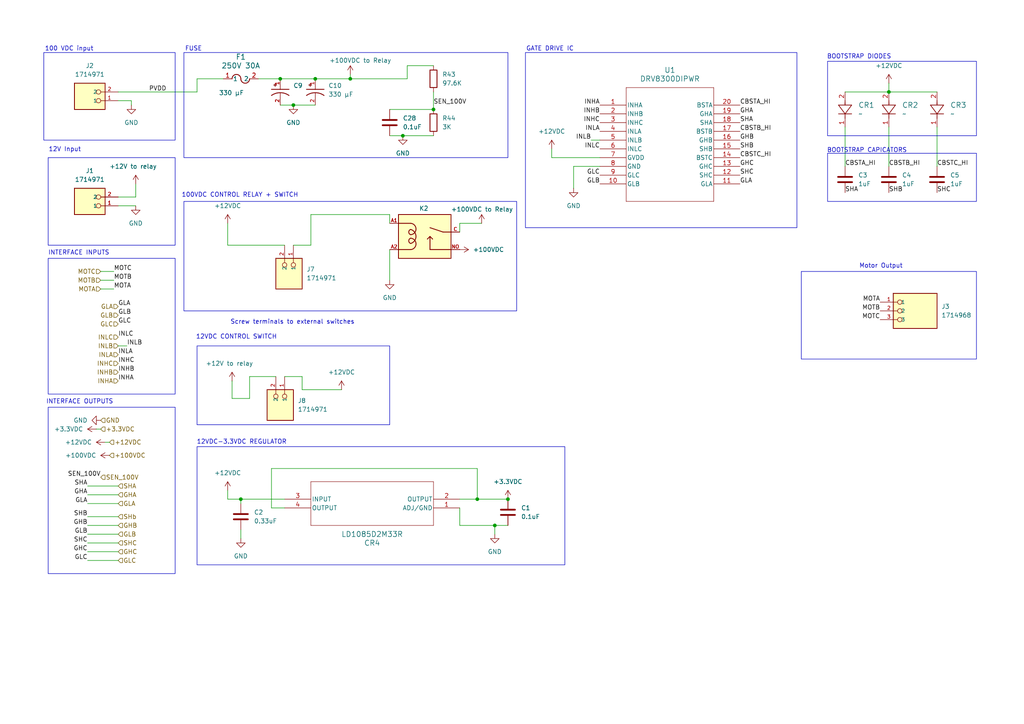
<source format=kicad_sch>
(kicad_sch (version 20250114) (generator "eeschema") (generator_version "9.0")
  (paper "A4")
  (title_block (date "2025-04-19") (rev "1"))
  (lib_symbols
    (symbol "1714968:1714968" (pin_names (offset 1.016))
      (property "Reference" "J" (at -6.85 5.08 0))
      (property "Value" "1714968" (at -6.35 -7.62 0))
      (symbol "1714968_0_0"
        (rectangle (start -6.35 -5.08) (end 6.35 5.08) (stroke (width 0.254)) (fill (type background)))
        (circle (center -4.445 2.54) (radius 0.635) (stroke (width 0.1524)))
        (circle (center -4.445 0) (radius 0.635) (stroke (width 0.1524)))
        (circle (center -4.445 -2.54) (radius 0.635) (stroke (width 0.1524)))
        (pin passive line (at -10.16 2.54 0) (length 5.08) (name "1") (number "1"))
        (pin passive line (at -10.16 0 0) (length 5.08) (name "2") (number "2"))
        (pin passive line (at -10.16 -2.54 0) (length 5.08) (name "3") (number "3"))
      )
    )
    (symbol "1714971:1714971" (pin_names (offset 1.016))
      (property "Reference" "J" (at -2.54 3.302 0))
      (property "Value" "1714971" (at -2.54 -7.62 0))
      (symbol "1714971_0_0"
        (rectangle (start -3.81 -5.08) (end 5.08 2.54) (stroke (width 0.254)) (fill (type background)))
        (circle (center -1.905 0) (radius 0.635) (stroke (width 0.1524)))
        (circle (center -1.905 -2.54) (radius 0.635) (stroke (width 0.1524)))
        (pin passive line (at -7.62 0 0) (length 5.08) (name "1") (number "1"))
        (pin passive line (at -7.62 -2.54 0) (length 5.08) (name "2") (number "2"))
      )
    )
    (symbol "2025-02-22_17-43-38:DRV8300DIPWR" (pin_names (offset 0.254))
      (property "Reference" "U" (at 20.32 10.16 0))
      (property "Value" "DRV8300DIPWR" (at 20.32 7.62 0))
      (symbol "DRV8300DIPWR_0_1"
        (polyline (pts (xy 7.62 5.08) (xy 7.62 -27.94)) (stroke (width 0.127)))
        (polyline (pts (xy 7.62 -27.94) (xy 33.02 -27.94)) (stroke (width 0.127)))
        (polyline (pts (xy 33.02 5.08) (xy 7.62 5.08)) (stroke (width 0.127)))
        (polyline (pts (xy 33.02 -27.94) (xy 33.02 5.08)) (stroke (width 0.127)))
        (pin input line (at 0 0 0) (length 7.62) (name "INHA") (number "1"))
        (pin input line (at 0 -2.54 0) (length 7.62) (name "INHB") (number "2"))
        (pin input line (at 0 -5.08 0) (length 7.62) (name "INHC") (number "3"))
        (pin input line (at 0 -7.62 0) (length 7.62) (name "INLA") (number "4"))
        (pin input line (at 0 -10.16 0) (length 7.62) (name "INLB") (number "5"))
        (pin input line (at 0 -12.7 0) (length 7.62) (name "INLC") (number "6"))
        (pin power_in line (at 0 -15.24 0) (length 7.62) (name "GVDD") (number "7"))
        (pin power_out line (at 0 -17.78 0) (length 7.62) (name "GND") (number "8"))
        (pin unspecified line (at 0 -20.32 0) (length 7.62) (name "GLC") (number "9"))
        (pin unspecified line (at 0 -22.86 0) (length 7.62) (name "GLB") (number "10"))
        (pin unspecified line (at 40.64 0 180) (length 7.62) (name "BSTA") (number "20"))
        (pin unspecified line (at 40.64 -2.54 180) (length 7.62) (name "GHA") (number "19"))
        (pin unspecified line (at 40.64 -5.08 180) (length 7.62) (name "SHA") (number "18"))
        (pin unspecified line (at 40.64 -7.62 180) (length 7.62) (name "BSTB") (number "17"))
        (pin unspecified line (at 40.64 -10.16 180) (length 7.62) (name "GHB") (number "16"))
        (pin unspecified line (at 40.64 -12.7 180) (length 7.62) (name "SHB") (number "15"))
        (pin unspecified line (at 40.64 -15.24 180) (length 7.62) (name "BSTC") (number "14"))
        (pin unspecified line (at 40.64 -17.78 180) (length 7.62) (name "GHC") (number "13"))
        (pin unspecified line (at 40.64 -20.32 180) (length 7.62) (name "SHC") (number "12"))
        (pin unspecified line (at 40.64 -22.86 180) (length 7.62) (name "GLA") (number "11"))
      )
    )
    (symbol "2025-02-22_19-37-18:BAV20WS-TP" (pin_names (offset 0.254))
      (property "Reference" "CR" (at 5.08 4.445 0))
      (property "Value" "BAV20WS-TP" (at 5.08 -3.81 0))
      (symbol "BAV20WS-TP_1_1"
        (polyline (pts (xy 2.54 0) (xy 3.4798 0)) (stroke (width 0.2032)))
        (polyline (pts (xy 3.175 0) (xy 3.81 0)) (stroke (width 0.2032)))
        (polyline (pts (xy 3.81 1.905) (xy 3.81 -1.905)) (stroke (width 0.2032)))
        (polyline (pts (xy 3.81 -1.905) (xy 6.35 0)) (stroke (width 0.2032)))
        (polyline (pts (xy 6.35 0) (xy 3.81 1.905)) (stroke (width 0.2032)))
        (polyline (pts (xy 6.35 0) (xy 7.62 0)) (stroke (width 0.2032)))
        (polyline (pts (xy 6.35 -1.905) (xy 6.35 1.905)) (stroke (width 0.2032)))
        (pin unspecified line (at 0 0 0) (length 2.54) (name "") (number "2"))
        (pin unspecified line (at 10.16 0 180) (length 2.54) (name "") (number "1"))
      )
      (symbol "BAV20WS-TP_1_2"
        (polyline (pts (xy -1.905 3.81) (xy 1.905 3.81)) (stroke (width 0.2032)))
        (polyline (pts (xy 0 6.35) (xy -1.905 3.81)) (stroke (width 0.2032)))
        (polyline (pts (xy 0 6.35) (xy 0 7.62)) (stroke (width 0.2032)))
        (polyline (pts (xy 0 3.175) (xy 0 3.81)) (stroke (width 0.2032)))
        (polyline (pts (xy 0 2.54) (xy 0 3.4798)) (stroke (width 0.2032)))
        (polyline (pts (xy 1.905 6.35) (xy -1.905 6.35)) (stroke (width 0.2032)))
        (polyline (pts (xy 1.905 3.81) (xy 0 6.35)) (stroke (width 0.2032)))
        (pin unspecified line (at 0 10.16 270) (length 2.54) (name "") (number "1"))
        (pin unspecified line (at 0 0 90) (length 2.54) (name "") (number "2"))
      )
    )
    (symbol "2025-02-24_21-09-15:0463030.ER" (pin_names (offset 0.254))
      (property "Reference" "F" (at 5.08 3.175 0))
      (property "Value" "0463030.ER" (at 5.08 -3.175 0))
      (symbol "0463030.ER_1_1"
        (arc (start 2.54 0) (mid 3.81 1.2645) (end 5.08 0) (stroke (width 0.254)))
        (arc (start 7.62 0) (mid 6.35 -1.2645) (end 5.08 0) (stroke (width 0.254)))
        (pin unspecified line (at 0 0 0) (length 2.54) (name "1") (number "1"))
        (pin unspecified line (at 10.16 0 180) (length 2.54) (name "2") (number "2"))
      )
      (symbol "0463030.ER_1_2"
        (arc (start 0 7.62) (mid 1.2645 6.35) (end 0 5.08) (stroke (width 0.254)))
        (arc (start 0 2.54) (mid -1.2645 3.81) (end 0 5.08) (stroke (width 0.254)))
        (pin unspecified line (at 0 10.16 270) (length 2.54) (name "2") (number "2"))
        (pin unspecified line (at 0 0 90) (length 2.54) (name "1") (number "1"))
      )
    )
    (symbol "3.3V Regulator:LD1085D2M33R" (pin_names (offset 0.254))
      (property "Reference" "CR" (at 25.4 10.16 0))
      (property "Value" "LD1085D2M33R" (at 25.4 7.62 0))
      (symbol "LD1085D2M33R_0_1"
        (polyline (pts (xy 7.62 5.08) (xy 7.62 -7.62)) (stroke (width 0.127)))
        (polyline (pts (xy 7.62 -7.62) (xy 43.18 -7.62)) (stroke (width 0.127)))
        (polyline (pts (xy 43.18 5.08) (xy 7.62 5.08)) (stroke (width 0.127)))
        (polyline (pts (xy 43.18 -7.62) (xy 43.18 5.08)) (stroke (width 0.127)))
        (pin power_out line (at 0 0 0) (length 7.62) (name "ADJ/GND") (number "1"))
        (pin output line (at 0 -2.54 0) (length 7.62) (name "OUTPUT") (number "2"))
        (pin output line (at 50.8 0 180) (length 7.62) (name "OUTPUT") (number "4"))
        (pin input line (at 50.8 -2.54 180) (length 7.62) (name "INPUT") (number "3"))
      )
    )
    (symbol "Device:C" (pin_numbers (hide yes)) (pin_names (offset 0.254))
      (property "Reference" "C" (at 0.635 2.54 0))
      (property "Value" "C" (at 0.635 -2.54 0))
      (symbol "C_0_1"
        (polyline (pts (xy -2.032 0.762) (xy 2.032 0.762)) (stroke (width 0.508)))
        (polyline (pts (xy -2.032 -0.762) (xy 2.032 -0.762)) (stroke (width 0.508)))
      )
      (symbol "C_1_1"
        (pin passive line (at 0 3.81 270) (length 2.794) (name "~") (number "1"))
        (pin passive line (at 0 -3.81 90) (length 2.794) (name "~") (number "2"))
      )
    )
    (symbol "Device:R" (pin_numbers (hide yes)) (pin_names (offset 0))
      (property "Reference" "R" (at 2.032 0 90))
      (property "Value" "R" (at 0 0 90))
      (symbol "R_0_1"
        (rectangle (start -1.016 -2.54) (end 1.016 2.54) (stroke (width 0.254)))
      )
      (symbol "R_1_1"
        (pin passive line (at 0 3.81 270) (length 1.27) (name "~") (number "1"))
        (pin passive line (at 0 -3.81 90) (length 1.27) (name "~") (number "2"))
      )
    )
    (symbol "EEVFK2A331M:EEVFK2A331M" (pin_names (offset 1.016))
      (property "Reference" "C" (at -2.54 3.81 0))
      (property "Value" "EEVFK2A331M" (at -2.54 -5.08 0))
      (symbol "EEVFK2A331M_0_0"
        (rectangle (start -1.173 -1.532) (end -0.284 -1.405) (stroke (width 0.1)) (fill (type outline)))
        (rectangle (start -0.792 -1.913) (end -0.665 -1.024) (stroke (width 0.1)) (fill (type outline)))
        (polyline (pts (xy 0 0) (xy 0.508 0)) (stroke (width 0.1524)))
        (polyline (pts (xy 0.508 2.54) (xy 0.508 0)) (stroke (width 0.254)))
        (polyline (pts (xy 0.508 0) (xy 0.508 -2.54)) (stroke (width 0.254)))
        (polyline (pts (xy 2.54 0) (xy 1.524 0)) (stroke (width 0.1524)))
        (arc (start 2.286 -2.54) (mid 1.4851 0) (end 2.286 2.54) (stroke (width 0.254)))
        (pin passive line (at -2.54 0 0) (length 2.54) (name "~") (number "1"))
        (pin passive line (at 5.08 0 180) (length 2.54) (name "~") (number "2"))
      )
    )
    (symbol "T9As1d12-12:1-1393210-3" (pin_names (offset 1.016))
      (property "Reference" "K" (at -7.6423 5.6043 0))
      (property "Value" "1-1393210-3" (at -7.6448 -10.193 0))
      (symbol "1-1393210-3_0_0"
        (polyline (pts (xy -7.62 2.54) (xy -4.064 2.54)) (stroke (width 0.254)))
        (polyline (pts (xy -7.62 -5.08) (xy -4.064 -5.08)) (stroke (width 0.254)))
        (rectangle (start -7.62 -7.62) (end 7.62 5.08) (stroke (width 0.254)) (fill (type background)))
        (arc (start -4.064 0.762) (mid -2.54 -1.27) (end -4.064 -3.302) (stroke (width 0.254)))
        (arc (start -4.064 2.54) (mid -2.5351 0.889) (end -4.064 -0.762) (stroke (width 0.254)))
        (arc (start -4.064 -1.778) (mid -2.5351 -3.429) (end -4.064 -5.08) (stroke (width 0.254)))
        (arc (start -4.064 -0.762) (mid -4.6355 0) (end -4.064 0.762) (stroke (width 0.254)))
        (arc (start -4.064 -3.302) (mid -4.6355 -2.54) (end -4.064 -1.778) (stroke (width 0.254)))
        (polyline (pts (xy 1.524 -1.27) (xy 0.762 -2.032)) (stroke (width 0.254)))
        (polyline (pts (xy 1.524 -1.27) (xy 2.286 -2.032)) (stroke (width 0.254)))
        (polyline (pts (xy 1.524 -5.08) (xy 1.524 -1.27)) (stroke (width 0.254)))
        (polyline (pts (xy 5.334 0) (xy 1.524 1.27)) (stroke (width 0.254)))
        (polyline (pts (xy 7.62 0) (xy 5.334 0)) (stroke (width 0.254)))
        (polyline (pts (xy 7.62 -5.08) (xy 1.524 -5.08)) (stroke (width 0.254)))
        (pin passive line (at -10.16 2.54 0) (length 2.54) (name "~") (number "A1"))
        (pin passive line (at -10.16 -5.08 0) (length 2.54) (name "~") (number "A2"))
        (pin passive line (at 10.16 0 180) (length 2.54) (name "~") (number "C"))
        (pin passive line (at 10.16 -5.08 180) (length 2.54) (name "~") (number "NO"))
      )
    )
    (symbol "power:+12V" (power) (pin_numbers (hide yes)) (pin_names (offset 0) (hide yes))
      (property "Value" "+12V" (at 0 3.556 0))
      (symbol "+12V_0_1"
        (polyline (pts (xy -0.762 1.27) (xy 0 2.54)))
        (polyline (pts (xy 0 2.54) (xy 0.762 1.27)))
        (polyline (pts (xy 0 0) (xy 0 2.54)))
      )
      (symbol "+12V_1_1"
        (pin power_in line (at 0 0 90) (length 0) (name "~") (number "1"))
      )
    )
    (symbol "power:+3.3V" (power) (pin_numbers (hide yes)) (pin_names (offset 0) (hide yes))
      (property "Value" "+3.3V" (at 0 3.556 0))
      (symbol "+3.3V_0_1"
        (polyline (pts (xy -0.762 1.27) (xy 0 2.54)))
        (polyline (pts (xy 0 2.54) (xy 0.762 1.27)))
        (polyline (pts (xy 0 0) (xy 0 2.54)))
      )
      (symbol "+3.3V_1_1"
        (pin power_in line (at 0 0 90) (length 0) (name "~") (number "1"))
      )
    )
    (symbol "power:GND" (power) (pin_numbers (hide yes)) (pin_names (offset 0) (hide yes))
      (property "Value" "GND" (at 0 -3.81 0))
      (symbol "GND_0_1"
        (polyline (pts (xy 0 0) (xy 0 -1.27) (xy 1.27 -1.27) (xy 0 -2.54) (xy -1.27 -1.27) (xy 0 -1.27)))
      )
      (symbol "GND_1_1"
        (pin power_in line (at 0 0 270) (length 0) (name "~") (number "1"))
      )
    )
  )
  (rectangle (start 240.03 44.45) (end 283.21 58.42))
  (rectangle (start 53.34 15.24) (end 147.32 45.72))
  (rectangle (start 57.15 129.54) (end 163.83 163.83))
  (rectangle (start 13.97 118.11) (end 50.8 166.37))
  (rectangle (start 12.7 15.24) (end 50.8 40.64))
  (rectangle (start 240.03 17.78) (end 283.21 39.37))
  (rectangle (start 53.34 58.42) (end 149.86 90.17))
  (rectangle (start 232.41 78.74) (end 283.21 104.14))
  (rectangle (start 13.97 45.72) (end 50.8 71.12))
  (rectangle (start 13.97 74.93) (end 50.8 114.3))
  (rectangle (start 57.15 100.33) (end 113.03 123.19))
  (rectangle (start 152.4 15.24) (end 231.14 66.04))
  (text "100VDC CONTROL RELAY + SWITCH\n" (at 69.596 56.642 0) (effects (font (size 1.27 1.27))))
  (text "Motor Output\n" (at 255.524 77.216 0) (effects (font (size 1.27 1.27))))
  (text "100 VDC input" (at 20.066 14.224 0) (effects (font (size 1.27 1.27))))
  (text "12VDC-3.3VDC REGULATOR\n" (at 70.104 128.27 0) (effects (font (size 1.27 1.27))))
  (text "12V Input" (at 18.796 43.434 0) (effects (font (size 1.27 1.27))))
  (text "Screw terminals to external switches\n" (at 84.836 93.472 0) (effects (font (size 1.27 1.27))))
  (text "FUSE" (at 56.134 14.224 0) (effects (font (size 1.27 1.27))))
  (text "12VDC CONTROL SWITCH\n\n" (at 68.58 98.806 0) (effects (font (size 1.27 1.27))))
  (text "GATE DRIVE IC\n" (at 159.512 14.224 0) (effects (font (size 1.27 1.27))))
  (text "INTERFACE INPUTS\n\n" (at 22.86 74.422 0) (effects (font (size 1.27 1.27))))
  (text "BOOTSTRAP DIODES\n" (at 249.174 16.51 0) (effects (font (size 1.27 1.27))))
  (text "BOOTSTRAP CAPICATORS\n" (at 251.46 43.688 0) (effects (font (size 1.27 1.27))))
  (text "INTERFACE OUTPUTS\n\n\n" (at 23.114 118.618 0) (effects (font (size 1.27 1.27))))
  (junction (at 85.09 30.48))
  (junction (at 81.28 22.86))
  (junction (at 147.32 144.78))
  (junction (at 257.81 26.67))
  (junction (at 101.6 22.86))
  (junction (at 69.85 144.78))
  (junction (at 125.73 31.75))
  (junction (at 116.84 39.37))
  (junction (at 91.44 22.86))
  (junction (at 138.43 144.78))
  (junction (at 143.51 152.4))
  (wire (pts (xy 81.28 22.86) (xy 91.44 22.86)))
  (wire (pts (xy 39.37 57.15) (xy 34.29 57.15)))
  (wire (pts (xy 85.09 71.12) (xy 90.17 71.12)))
  (wire (pts (xy 39.37 59.69) (xy 34.29 59.69)))
  (wire (pts (xy 66.04 144.78) (xy 69.85 144.78)))
  (wire (pts (xy 66.04 142.24) (xy 66.04 144.78)))
  (wire (pts (xy 90.17 71.12) (xy 90.17 62.23)))
  (wire (pts (xy 143.51 152.4) (xy 143.51 154.94)))
  (wire (pts (xy 72.39 115.57) (xy 72.39 109.22)))
  (wire (pts (xy 25.4 152.4) (xy 34.29 152.4)))
  (wire (pts (xy 118.11 19.05) (xy 118.11 22.86)))
  (wire (pts (xy 138.43 144.78) (xy 133.35 144.78)))
  (wire (pts (xy 87.63 109.22) (xy 87.63 113.03)))
  (wire (pts (xy 30.48 128.27) (xy 31.75 128.27)))
  (wire (pts (xy 257.81 26.67) (xy 271.78 26.67)))
  (wire (pts (xy 66.04 71.12) (xy 82.55 71.12)))
  (wire (pts (xy 25.4 140.97) (xy 34.29 140.97)))
  (wire (pts (xy 69.85 146.05) (xy 69.85 144.78)))
  (wire (pts (xy 38.1 29.21) (xy 38.1 30.48)))
  (wire (pts (xy 160.02 45.72) (xy 160.02 43.18)))
  (wire (pts (xy 66.04 64.77) (xy 66.04 71.12)))
  (wire (pts (xy 245.11 36.83) (xy 245.11 48.26)))
  (wire (pts (xy 101.6 21.59) (xy 101.6 22.86)))
  (wire (pts (xy 29.21 81.28) (xy 33.02 81.28)))
  (wire (pts (xy 72.39 109.22) (xy 80.01 109.22)))
  (wire (pts (xy 171.45 40.64) (xy 173.99 40.64)))
  (wire (pts (xy 25.4 149.86) (xy 34.29 149.86)))
  (wire (pts (xy 143.51 152.4) (xy 147.32 152.4)))
  (wire (pts (xy 257.81 24.13) (xy 257.81 26.67)))
  (wire (pts (xy 67.31 110.49) (xy 67.31 115.57)))
  (wire (pts (xy 91.44 22.86) (xy 101.6 22.86)))
  (wire (pts (xy 90.17 62.23) (xy 113.03 62.23)))
  (wire (pts (xy 139.7 64.77) (xy 133.35 64.77)))
  (wire (pts (xy 29.21 78.74) (xy 33.02 78.74)))
  (wire (pts (xy 25.4 143.51) (xy 34.29 143.51)))
  (wire (pts (xy 36.83 100.33) (xy 34.29 100.33)))
  (wire (pts (xy 25.4 160.02) (xy 34.29 160.02)))
  (wire (pts (xy 271.78 36.83) (xy 271.78 48.26)))
  (wire (pts (xy 116.84 39.37) (xy 125.73 39.37)))
  (wire (pts (xy 85.09 30.48) (xy 91.44 30.48)))
  (wire (pts (xy 257.81 36.83) (xy 257.81 48.26)))
  (wire (pts (xy 133.35 152.4) (xy 133.35 147.32)))
  (wire (pts (xy 113.03 31.75) (xy 125.73 31.75)))
  (wire (pts (xy 173.99 48.26) (xy 166.37 48.26)))
  (wire (pts (xy 138.43 144.78) (xy 147.32 144.78)))
  (wire (pts (xy 173.99 45.72) (xy 160.02 45.72)))
  (wire (pts (xy 113.03 39.37) (xy 116.84 39.37)))
  (wire (pts (xy 25.4 146.05) (xy 34.29 146.05)))
  (wire (pts (xy 78.74 147.32) (xy 82.55 147.32)))
  (wire (pts (xy 87.63 113.03) (xy 99.06 113.03)))
  (wire (pts (xy 81.28 30.48) (xy 85.09 30.48)))
  (wire (pts (xy 113.03 72.39) (xy 113.03 81.28)))
  (wire (pts (xy 133.35 152.4) (xy 143.51 152.4)))
  (wire (pts (xy 34.29 26.67) (xy 57.15 26.67)))
  (wire (pts (xy 133.35 64.77) (xy 133.35 67.31)))
  (wire (pts (xy 27.94 124.46) (xy 29.21 124.46)))
  (wire (pts (xy 78.74 135.89) (xy 78.74 147.32)))
  (wire (pts (xy 125.73 26.67) (xy 125.73 31.75)))
  (wire (pts (xy 29.21 83.82) (xy 33.02 83.82)))
  (wire (pts (xy 74.93 22.86) (xy 81.28 22.86)))
  (wire (pts (xy 138.43 135.89) (xy 78.74 135.89)))
  (wire (pts (xy 67.31 115.57) (xy 72.39 115.57)))
  (wire (pts (xy 57.15 26.67) (xy 57.15 22.86)))
  (wire (pts (xy 166.37 48.26) (xy 166.37 54.61)))
  (wire (pts (xy 69.85 153.67) (xy 69.85 156.21)))
  (wire (pts (xy 82.55 109.22) (xy 87.63 109.22)))
  (wire (pts (xy 113.03 62.23) (xy 113.03 64.77)))
  (wire (pts (xy 118.11 22.86) (xy 101.6 22.86)))
  (wire (pts (xy 25.4 162.56) (xy 34.29 162.56)))
  (wire (pts (xy 125.73 19.05) (xy 118.11 19.05)))
  (wire (pts (xy 138.43 135.89) (xy 138.43 144.78)))
  (wire (pts (xy 25.4 157.48) (xy 34.29 157.48)))
  (wire (pts (xy 245.11 26.67) (xy 257.81 26.67)))
  (wire (pts (xy 69.85 144.78) (xy 82.55 144.78)))
  (wire (pts (xy 39.37 53.34) (xy 39.37 57.15)))
  (wire (pts (xy 25.4 154.94) (xy 34.29 154.94)))
  (wire (pts (xy 34.29 29.21) (xy 38.1 29.21)))
  (wire (pts (xy 57.15 22.86) (xy 64.77 22.86)))
  (label "SHC" (at 214.63 50.8 0))
  (label "GHC" (at 214.63 48.26 0))
  (label "INHA" (at 34.29 110.49 0))
  (label "INHB" (at 34.29 107.95 0))
  (label "GLB" (at 173.99 53.34 180))
  (label "CBSTB_HI" (at 214.63 38.1 0))
  (label "SHB" (at 257.81 55.88 0))
  (label "CBSTC_HI" (at 214.63 45.72 0))
  (label "MOTC" (at 33.02 78.74 0))
  (label "GHB" (at 25.4 152.4 180))
  (label "GLC" (at 173.99 50.8 180))
  (label "GLA" (at 25.4 146.05 180))
  (label "MOTA" (at 33.02 83.82 0))
  (label "GLC" (at 25.4 162.56 180))
  (label "MOTB" (at 255.27 90.17 180))
  (label "INHC" (at 34.29 105.41 0))
  (label "INLA" (at 173.99 38.1 180))
  (label "INHB" (at 173.99 33.02 180))
  (label "CBSTA_HI" (at 245.11 48.26 0))
  (label "INHA" (at 173.99 30.48 180))
  (label "GLC" (at 34.29 93.98 0))
  (label "GLA" (at 214.63 53.34 0))
  (label "MOTC" (at 255.27 92.71 180))
  (label "INLB" (at 171.45 40.64 180))
  (label "CBSTA_HI" (at 214.63 30.48 0))
  (label "CBSTC_HI" (at 271.78 48.26 0))
  (label "SHC" (at 271.78 55.88 0))
  (label "PVDD" (at 43.18 26.67 0))
  (label "SHA" (at 214.63 35.56 0))
  (label "SEN_100V" (at 125.73 30.48 0))
  (label "INLC" (at 173.99 43.18 180))
  (label "SHA" (at 25.4 140.97 180))
  (label "SHB" (at 25.4 149.86 180))
  (label "GLA" (at 34.29 88.9 0))
  (label "MOTB" (at 33.02 81.28 0))
  (label "INHC" (at 173.99 35.56 180))
  (label "GHA" (at 25.4 143.51 180))
  (label "SEN_100V" (at 29.21 138.43 180))
  (label "SHA" (at 245.11 55.88 0))
  (label "MOTA" (at 255.27 87.63 180))
  (label "CBSTB_HI" (at 257.81 48.26 0))
  (label "GHC" (at 25.4 160.02 180))
  (label "INLC" (at 34.29 97.79 0))
  (label "GHA" (at 214.63 33.02 0))
  (label "INLB" (at 36.83 100.33 0))
  (label "SHC" (at 25.4 157.48 180))
  (label "GLB" (at 25.4 154.94 180))
  (label "SHB" (at 214.63 43.18 0))
  (label "GHB" (at 214.63 40.64 0))
  (label "GLB" (at 34.29 91.44 0))
  (label "INLA" (at 34.29 102.87 0))
  (hierarchical_label "GND" (shape input) (at 29.21 121.92 0))
  (hierarchical_label "SHC" (shape input) (at 34.29 157.48 0))
  (hierarchical_label "SHA" (shape input) (at 34.29 140.97 0))
  (hierarchical_label "INHC" (shape input) (at 34.29 105.41 180))
  (hierarchical_label "GLC" (shape input) (at 34.29 162.56 0))
  (hierarchical_label "GLC" (shape input) (at 34.29 93.98 180))
  (hierarchical_label "GHC" (shape input) (at 34.29 160.02 0))
  (hierarchical_label "MOTA" (shape input) (at 29.21 83.82 180))
  (hierarchical_label "SEN_100V" (shape input) (at 29.21 138.43 0))
  (hierarchical_label "MOTB" (shape input) (at 29.21 81.28 180))
  (hierarchical_label "INLC" (shape input) (at 34.29 97.79 180))
  (hierarchical_label "INHA" (shape input) (at 34.29 110.49 180))
  (hierarchical_label "+3.3VDC" (shape input) (at 29.21 124.46 0))
  (hierarchical_label "+12VDC" (shape input) (at 31.75 128.27 0))
  (hierarchical_label "SHb" (shape input) (at 34.29 149.86 0))
  (hierarchical_label "MOTC" (shape input) (at 29.21 78.74 180))
  (hierarchical_label "GLA" (shape input) (at 34.29 88.9 180))
  (hierarchical_label "GHA" (shape input) (at 34.29 143.51 0))
  (hierarchical_label "GHB" (shape input) (at 34.29 152.4 0))
  (hierarchical_label "GLB" (shape input) (at 34.29 91.44 180))
  (hierarchical_label "INHB" (shape input) (at 34.29 107.95 180))
  (hierarchical_label "INLB" (shape input) (at 34.29 100.33 180))
  (hierarchical_label "+100VDC" (shape input) (at 31.75 132.08 0))
  (hierarchical_label "GLA" (shape input) (at 34.29 146.05 0))
  (hierarchical_label "GLB" (shape input) (at 34.29 154.94 0))
  (hierarchical_label "INLA" (shape input) (at 34.29 102.87 180))
  (symbol (lib_id "power:+12V") (at 39.37 53.34 0) (unit 1)
    (property "Reference" "#PWR030" (effects (hide yes)))
    (property "Value" "+12V to relay" (at 38.608 48.26 0))
    (property "Description" "Power symbol creates a global label with name \"+12V\"" (effects (hide yes)))
  )
  (symbol (lib_id "power:GND") (at 29.21 121.92 270) (unit 1)
    (property "Reference" "#PWR021" (effects (hide yes)))
    (property "Value" "GND" (at 25.4 121.9199 90) (effects (justify right)))
    (property "Description" "Power symbol creates a global label with name \"GND\" , ground" (effects (hide yes)))
  )
  (symbol (lib_id "2025-02-22_17-43-38:DRV8300DIPWR") (at 173.99 30.48 0) (unit 1)
    (property "Reference" "U1" (at 194.31 20.32 0) (effects (font (size 1.524 1.524))))
    (property "Value" "DRV8300DIPWR" (at 194.31 22.86 0) (effects (font (size 1.524 1.524))))
    (property "Footprint" "DRV8300DIPWR:TSSOP_0DIPWR_TEX" (effects (hide yes)))
    (property "Datasheet" "DRV8300DIPWR" (effects (hide yes)))
    (property "Part Number" "DRV8300DIPWR" (effects (hide yes)))
  )
  (symbol (lib_id "power:GND") (at 113.03 81.28 0) (unit 1)
    (property "Reference" "#PWR042" (effects (hide yes)))
    (property "Value" "GND" (at 113.03 86.36 0))
    (property "Description" "Power symbol creates a global label with name \"GND\" , ground" (effects (hide yes)))
  )
  (symbol (lib_id "Device:C") (at 271.78 52.07 0) (unit 1)
    (property "Reference" "C5" (at 275.59 50.7999 0) (effects (justify left)))
    (property "Value" "1uF" (at 275.59 53.3399 0) (effects (justify left)))
    (property "Footprint" "Capacitor_SMD:C_0805_2012Metric" (effects (hide yes)))
    (property "Datasheet" "https://www.digikey.ca/en/products/detail/samsung-electro-mechanics/CL21B105KBFNFNE/3891014" (effects (hide yes)))
    (property "Description" "CAP CER 1UF 50V X7R 0805" (effects (hide yes)))
    (property "Part Number" "CL21B105KBFNFNE" (effects (hide yes)))
  )
  (symbol (lib_id "power:+12V") (at 139.7 64.77 0) (unit 1)
    (property "Reference" "#PWR041" (effects (hide yes)))
    (property "Value" "+100VDC to Relay" (at 130.81 60.706 0) (effects (justify left)))
    (property "Description" "Power symbol creates a global label with name \"+12V\"" (effects (hide yes)))
  )
  (symbol (lib_id "power:GND") (at 39.37 59.69 0) (unit 1)
    (property "Reference" "#PWR013" (effects (hide yes)))
    (property "Value" "GND" (at 39.37 64.77 0))
    (property "Description" "Power symbol creates a global label with name \"GND\" , ground" (effects (hide yes)))
  )
  (symbol (lib_id "Device:C") (at 257.81 52.07 0) (unit 1)
    (property "Reference" "C4" (at 261.62 50.7999 0) (effects (justify left)))
    (property "Value" "1uF" (at 261.62 53.3399 0) (effects (justify left)))
    (property "Footprint" "Capacitor_SMD:C_0805_2012Metric" (effects (hide yes)))
    (property "Datasheet" "https://www.digikey.ca/en/products/detail/samsung-electro-mechanics/CL21B105KBFNFNE/3891014" (effects (hide yes)))
    (property "Description" "CAP CER 1UF 50V X7R 0805" (effects (hide yes)))
    (property "Part Number" "CL21B105KBFNFNE" (effects (hide yes)))
  )
  (symbol (lib_id "Device:C") (at 245.11 52.07 0) (unit 1)
    (property "Reference" "C3" (at 248.92 50.7999 0) (effects (justify left)))
    (property "Value" "1uF" (at 248.92 53.3399 0) (effects (justify left)))
    (property "Footprint" "Capacitor_SMD:C_0805_2012Metric" (effects (hide yes)))
    (property "Datasheet" "https://www.digikey.ca/en/products/detail/samsung-electro-mechanics/CL21B105KBFNFNE/3891014" (effects (hide yes)))
    (property "Description" "CAP CER 1UF 50V X7R 0805" (effects (hide yes)))
    (property "Part Number" "CL21B105KBFNFNE" (effects (hide yes)))
  )
  (symbol (lib_id "power:+12V") (at 30.48 128.27 90) (unit 1)
    (property "Reference" "#PWR029" (effects (hide yes)))
    (property "Value" "+12VDC" (at 26.67 128.2699 90) (effects (justify left)))
    (property "Description" "Power symbol creates a global label with name \"+12V\"" (effects (hide yes)))
  )
  (symbol (lib_id "EEVFK2A331M:EEVFK2A331M") (at 81.28 25.4 270) (unit 1)
    (property "Reference" "C9" (at 85.09 24.8265 90) (effects (justify left)))
    (property "Value" "330 µF" (at 63.5 26.924 90) (effects (justify left)))
    (property "Footprint" "EEV_FK2A331M:CAP_EEVFK2A331M" (effects (hide yes)))
    (property "Datasheet" "https://industrial.panasonic.com/cdbs/www-data/pdf/RDE0000/ABA0000C1181.pdf" (effects (hide yes)))
    (property "PARTREV" "10-Oct-19" (effects (hide yes)))
    (property "STANDARD" "Manufacturer Recommendations" (effects (hide yes)))
    (property "MAXIMUM_PACKAGE_HEIGHT" "16.5mm" (effects (hide yes)))
    (property "MANUFACTURER" "Panasonic" (effects (hide yes)))
    (property "Part Number" "EEVFK2A331M" (effects (hide yes)))
  )
  (symbol (lib_id "power:+12V") (at 133.35 72.39 270) (unit 1)
    (property "Reference" "#PWR011" (effects (hide yes)))
    (property "Value" "+100VDC" (at 137.16 72.3899 90) (effects (justify left)))
    (property "Description" "Power symbol creates a global label with name \"+12V\"" (effects (hide yes)))
  )
  (symbol (lib_id "Device:R") (at 125.73 35.56 0) (unit 1)
    (property "Reference" "R44" (at 128.27 34.2899 0) (effects (justify left)))
    (property "Value" "3K" (at 128.27 36.8299 0) (effects (justify left)))
    (property "Footprint" "Resistor_SMD:R_0805_2012Metric" (effects (hide yes)))
    (property "Datasheet" "https://www.digikey.ca/en/products/detail/te-connectivity-passive-product/CRG0805F3K0/2380900" (effects (hide yes)))
    (property "Description" "RES SMD 3K OHM 1% 1/8W 0805" (effects (hide yes)))
    (property "Part Number" "CRG0805F3K0" (effects (hide yes)))
  )
  (symbol (lib_id "power:+3.3V") (at 27.94 124.46 90) (unit 1)
    (property "Reference" "#PWR031" (effects (hide yes)))
    (property "Value" "+3.3VDC" (at 24.13 124.4599 90) (effects (justify left)))
    (property "Description" "Power symbol creates a global label with name \"+3.3V\"" (effects (hide yes)))
  )
  (symbol (lib_id "2025-02-22_19-37-18:BAV20WS-TP") (at 257.81 26.67 270) (unit 1)
    (property "Reference" "CR2" (at 261.62 30.4799 90) (effects (font (size 1.524 1.524)) (justify left)))
    (property "Value" "~" (at 261.62 33.0199 90) (effects (font (size 1.524 1.524)) (justify left)))
    (property "Footprint" "BAV20WS-TP:CR_SOD-323_MCC" (effects (hide yes)))
    (property "Datasheet" "BAV20WS-TP" (effects (hide yes)))
    (property "Part Number" "BAV20WS-TP" (effects (hide yes)))
  )
  (symbol (lib_id "power:GND") (at 143.51 154.94 0) (unit 1)
    (property "Reference" "#PWR01" (effects (hide yes)))
    (property "Value" "GND" (at 143.51 160.02 0))
    (property "Description" "Power symbol creates a global label with name \"GND\" , ground" (effects (hide yes)))
  )
  (symbol (lib_id "2025-02-24_21-09-15:0463030.ER") (at 64.77 22.86 0) (unit 1)
    (property "Reference" "F1" (at 69.85 16.51 0) (effects (font (size 1.524 1.524))))
    (property "Value" "250V 30A" (at 69.85 19.05 0) (effects (font (size 1.524 1.524))))
    (property "Footprint" "0463030_ER:FUSE_0463_LTF-M" (effects (hide yes)))
    (property "Datasheet" "0463030.ER" (effects (hide yes)))
    (property "Part Number" "0463030.ER" (effects (hide yes)))
  )
  (symbol (lib_id "Device:C") (at 69.85 149.86 0) (unit 1)
    (property "Reference" "C2" (at 73.66 148.5899 0) (effects (justify left)))
    (property "Value" "0.33uF" (at 73.66 151.1299 0) (effects (justify left)))
    (property "Footprint" "Capacitor_SMD:C_0805_2012Metric" (effects (hide yes)))
    (property "Datasheet" "https://www.digikey.ca/en/products/detail/murata-electronics/GRM219R71H334KA88D/702591" (effects (hide yes)))
    (property "Description" "GRM219R71H334KA88D" (effects (hide yes)))
    (property "Part Number" "GRM219R71H334KA88D" (effects (hide yes)))
  )
  (symbol (lib_id "power:+12V") (at 31.75 132.08 90) (unit 1)
    (property "Reference" "#PWR014" (effects (hide yes)))
    (property "Value" "+100VDC" (at 27.94 132.0799 90) (effects (justify left)))
    (property "Description" "Power symbol creates a global label with name \"+12V\"" (effects (hide yes)))
  )
  (symbol (lib_id "Device:C") (at 113.03 35.56 0) (unit 1)
    (property "Reference" "C28" (at 116.84 34.2899 0) (effects (justify left)))
    (property "Value" "0.1uF" (at 116.84 36.8299 0) (effects (justify left)))
    (property "Footprint" "Capacitor_SMD:C_0805_2012Metric" (effects (hide yes)))
    (property "Datasheet" "https://www.digikey.ca/en/products/detail/yageo/CC0805KRX7R9BB104/302874" (effects (hide yes)))
    (property "Description" "CAP CER 0.1UF 50V X7R 0805" (effects (hide yes)))
    (property "Part Number" "CC0805KRX7R9BB104" (effects (hide yes)))
  )
  (symbol (lib_id "Device:C") (at 147.32 148.59 0) (unit 1)
    (property "Reference" "C1" (at 151.13 147.3199 0) (effects (justify left)))
    (property "Value" "0.1uF" (at 151.13 149.8599 0) (effects (justify left)))
    (property "Footprint" "Capacitor_SMD:C_0805_2012Metric" (effects (hide yes)))
    (property "Datasheet" "https://www.digikey.ca/en/products/detail/kyocera-avx/0805ZD104KAT2A/1603455" (effects (hide yes)))
    (property "Description" "CAP CER 0.1UF 10V X5R 0805" (effects (hide yes)))
    (property "Part Number" "0805ZD104KAT2A" (effects (hide yes)))
  )
  (symbol (lib_id "1714971:1714971") (at 26.67 59.69 180) (unit 1)
    (property "Reference" "J1" (at 26.035 49.53 0))
    (property "Value" "1714971" (at 26.035 52.07 0))
    (property "Footprint" "1714971:PHOENIX_1714971" (effects (hide yes)))
    (property "PARTREV" "26.05.2020" (effects (hide yes)))
    (property "STANDARD" "Manufacturer Recommendations" (effects (hide yes)))
    (property "MAXIMUM_PACKAGE_HEIGHT" "21.7mm" (effects (hide yes)))
    (property "MANUFACTURER" "Phoenix Contact" (effects (hide yes)))
    (property "Part Number" "1714971" (effects (hide yes)))
  )
  (symbol (lib_id "Device:R") (at 125.73 22.86 0) (unit 1)
    (property "Reference" "R43" (at 128.27 21.5899 0) (effects (justify left)))
    (property "Value" "97.6K" (at 128.27 24.1299 0) (effects (justify left)))
    (property "Footprint" "Resistor_SMD:R_0805_2012Metric" (effects (hide yes)))
    (property "Datasheet" "https://www.digikey.ca/en/products/detail/yageo/RC0805FR-0797K6L/728213" (effects (hide yes)))
    (property "Description" "RES 97.6K OHM 1% 1/8W 0805" (effects (hide yes)))
    (property "Part Number" "RC0805FR-0797K6L" (effects (hide yes)))
  )
  (symbol (lib_id "1714968:1714968") (at 265.43 90.17 0) (unit 1)
    (property "Reference" "J3" (at 273.05 88.8999 0) (effects (justify left)))
    (property "Value" "1714968" (at 273.05 91.4399 0) (effects (justify left)))
    (property "Footprint" "PHOENIX_1714968:PHOENIX_1714968" (effects (hide yes)))
    (property "MANUFACTURER" "PHOENIX" (effects (hide yes)))
    (property "Part Number" "1714968" (effects (hide yes)))
  )
  (symbol (lib_id "power:GND") (at 166.37 54.61 0) (unit 1)
    (property "Reference" "#PWR08" (effects (hide yes)))
    (property "Value" "GND" (at 166.37 59.69 0))
    (property "Description" "Power symbol creates a global label with name \"GND\" , ground" (effects (hide yes)))
  )
  (symbol (lib_id "3.3V Regulator:LD1085D2M33R") (at 133.35 147.32 180) (unit 1)
    (property "Reference" "CR4" (at 107.95 157.48 0) (effects (font (size 1.524 1.524))))
    (property "Value" "LD1085D2M33R" (at 107.95 154.94 0) (effects (font (size 1.524 1.524))))
    (property "Footprint" "LD1085D2M33R:D2PAK&slash_A_STM" (effects (hide yes)))
    (property "Part Number" "LD1085D2M33R" (effects (hide yes)))
  )
  (symbol (lib_id "power:+12V") (at 257.81 24.13 0) (unit 1)
    (property "Reference" "#PWR07" (effects (hide yes)))
    (property "Value" "+12VDC" (at 257.81 19.05 0))
    (property "Description" "Power symbol creates a global label with name \"+12V\"" (effects (hide yes)))
  )
  (symbol (lib_id "1714971:1714971") (at 82.55 116.84 270) (unit 1)
    (property "Reference" "J8" (at 86.36 116.2049 90) (effects (justify left)))
    (property "Value" "1714971" (at 86.36 118.7449 90) (effects (justify left)))
    (property "Footprint" "1714971:PHOENIX_1714971" (effects (hide yes)))
    (property "PARTREV" "26.05.2020" (effects (hide yes)))
    (property "STANDARD" "Manufacturer Recommendations" (effects (hide yes)))
    (property "MAXIMUM_PACKAGE_HEIGHT" "21.7mm" (effects (hide yes)))
    (property "MANUFACTURER" "Phoenix Contact" (effects (hide yes)))
    (property "Part Number" "1714971" (effects (hide yes)))
  )
  (symbol (lib_id "power:+12V") (at 66.04 142.24 0) (unit 1)
    (property "Reference" "#PWR033" (effects (hide yes)))
    (property "Value" "+12VDC" (at 66.04 137.16 0))
    (property "Description" "Power symbol creates a global label with name \"+12V\"" (effects (hide yes)))
  )
  (symbol (lib_id "T9As1d12-12:1-1393210-3") (at 123.19 67.31 0) (unit 1)
    (property "Reference" "K2" (at 122.936 60.452 0))
    (property "Value" "1-1393210-3" (effects (hide yes)))
    (property "Footprint" "T9AS1D12_12:TE_1-1393210-3" (effects (hide yes)))
    (property "PARTREV" "0815" (effects (hide yes)))
    (property "STANDARD" "Manufacturer Recommendation" (effects (hide yes)))
    (property "MANUFACTURER" "TE Connectivity" (effects (hide yes)))
    (property "Part Number" "T9AS1D12-12" (effects (hide yes)))
  )
  (symbol (lib_id "1714971:1714971") (at 85.09 78.74 270) (unit 1)
    (property "Reference" "J7" (at 88.9 78.1049 90) (effects (justify left)))
    (property "Value" "1714971" (at 88.9 80.6449 90) (effects (justify left)))
    (property "Footprint" "1714971:PHOENIX_1714971" (effects (hide yes)))
    (property "PARTREV" "26.05.2020" (effects (hide yes)))
    (property "STANDARD" "Manufacturer Recommendations" (effects (hide yes)))
    (property "MAXIMUM_PACKAGE_HEIGHT" "21.7mm" (effects (hide yes)))
    (property "MANUFACTURER" "Phoenix Contact" (effects (hide yes)))
    (property "Part Number" "1714971" (effects (hide yes)))
  )
  (symbol (lib_id "power:GND") (at 85.09 30.48 0) (unit 1)
    (property "Reference" "#PWR043" (effects (hide yes)))
    (property "Value" "GND" (at 85.09 35.56 0))
    (property "Description" "Power symbol creates a global label with name \"GND\" , ground" (effects (hide yes)))
  )
  (symbol (lib_id "1714971:1714971") (at 26.67 29.21 180) (unit 1)
    (property "Reference" "J2" (at 26.035 19.05 0))
    (property "Value" "1714971" (at 26.035 21.59 0))
    (property "Footprint" "1714971:PHOENIX_1714971" (effects (hide yes)))
    (property "PARTREV" "26.05.2020" (effects (hide yes)))
    (property "STANDARD" "Manufacturer Recommendations" (effects (hide yes)))
    (property "MAXIMUM_PACKAGE_HEIGHT" "21.7mm" (effects (hide yes)))
    (property "MANUFACTURER" "Phoenix Contact" (effects (hide yes)))
    (property "Part Number" "1714971" (effects (hide yes)))
  )
  (symbol (lib_id "power:GND") (at 116.84 39.37 0) (unit 1)
    (property "Reference" "#PWR064" (effects (hide yes)))
    (property "Value" "GND" (at 116.84 44.45 0))
    (property "Description" "Power symbol creates a global label with name \"GND\" , ground" (effects (hide yes)))
  )
  (symbol (lib_id "power:+12V") (at 160.02 43.18 0) (unit 1)
    (property "Reference" "#PWR06" (effects (hide yes)))
    (property "Value" "+12VDC" (at 160.02 38.1 0))
    (property "Description" "Power symbol creates a global label with name \"+12V\"" (effects (hide yes)))
  )
  (symbol (lib_id "2025-02-22_19-37-18:BAV20WS-TP") (at 245.11 26.67 270) (unit 1)
    (property "Reference" "CR1" (at 248.92 30.4799 90) (effects (font (size 1.524 1.524)) (justify left)))
    (property "Value" "~" (at 248.92 33.0199 90) (effects (font (size 1.524 1.524)) (justify left)))
    (property "Footprint" "BAV20WS-TP:CR_SOD-323_MCC" (effects (hide yes)))
    (property "Datasheet" "BAV20WS-TP" (effects (hide yes)))
    (property "Part Number" "BAV20WS-TP" (effects (hide yes)))
  )
  (symbol (lib_id "power:+3.3V") (at 147.32 144.78 0) (unit 1)
    (property "Reference" "#PWR03" (effects (hide yes)))
    (property "Value" "+3.3VDC" (at 147.32 139.7 0))
    (property "Description" "Power symbol creates a global label with name \"+3.3V\"" (effects (hide yes)))
  )
  (symbol (lib_id "power:+12V") (at 66.04 64.77 0) (unit 1)
    (property "Reference" "#PWR025" (effects (hide yes)))
    (property "Value" "+12VDC" (at 66.04 59.69 0))
    (property "Description" "Power symbol creates a global label with name \"+12V\"" (effects (hide yes)))
  )
  (symbol (lib_id "EEVFK2A331M:EEVFK2A331M") (at 91.44 25.4 270) (unit 1)
    (property "Reference" "C10" (at 95.25 24.8265 90) (effects (justify left)))
    (property "Value" "330 µF" (at 95.25 27.3665 90) (effects (justify left)))
    (property "Footprint" "EEV_FK2A331M:CAP_EEVFK2A331M" (effects (hide yes)))
    (property "Datasheet" "https://industrial.panasonic.com/cdbs/www-data/pdf/RDE0000/ABA0000C1181.pdf" (effects (hide yes)))
    (property "PARTREV" "10-Oct-19" (effects (hide yes)))
    (property "STANDARD" "Manufacturer Recommendations" (effects (hide yes)))
    (property "MAXIMUM_PACKAGE_HEIGHT" "16.5mm" (effects (hide yes)))
    (property "MANUFACTURER" "Panasonic" (effects (hide yes)))
    (property "Part Number" "EEVFK2A331M" (effects (hide yes)))
  )
  (symbol (lib_id "power:+12V") (at 99.06 113.03 0) (unit 1)
    (property "Reference" "#PWR019" (effects (hide yes)))
    (property "Value" "+12VDC" (at 99.06 107.95 0))
    (property "Description" "Power symbol creates a global label with name \"+12V\"" (effects (hide yes)))
  )
  (symbol (lib_id "power:GND") (at 38.1 30.48 0) (unit 1)
    (property "Reference" "#PWR012" (effects (hide yes)))
    (property "Value" "GND" (at 38.1 35.56 0))
    (property "Description" "Power symbol creates a global label with name \"GND\" , ground" (effects (hide yes)))
  )
  (symbol (lib_id "2025-02-22_19-37-18:BAV20WS-TP") (at 271.78 26.67 270) (unit 1)
    (property "Reference" "CR3" (at 275.59 30.4799 90) (effects (font (size 1.524 1.524)) (justify left)))
    (property "Value" "~" (at 275.59 33.0199 90) (effects (font (size 1.524 1.524)) (justify left)))
    (property "Footprint" "BAV20WS-TP:CR_SOD-323_MCC" (effects (hide yes)))
    (property "Datasheet" "BAV20WS-TP" (effects (hide yes)))
    (property "Part Number" "BAV20WS-TP" (effects (hide yes)))
  )
  (symbol (lib_id "power:GND") (at 69.85 156.21 0) (unit 1)
    (property "Reference" "#PWR02" (effects (hide yes)))
    (property "Value" "GND" (at 69.85 161.29 0))
    (property "Description" "Power symbol creates a global label with name \"GND\" , ground" (effects (hide yes)))
  )
  (symbol (lib_id "power:+12V") (at 67.31 110.49 0) (unit 1)
    (property "Reference" "#PWR05" (effects (hide yes)))
    (property "Value" "+12V to relay" (at 66.548 105.41 0))
    (property "Description" "Power symbol creates a global label with name \"+12V\"" (effects (hide yes)))
  )
  (symbol (lib_id "power:+12V") (at 101.6 21.59 0) (unit 1)
    (property "Reference" "#PWR040" (effects (hide yes)))
    (property "Value" "+100VDC to Relay" (at 95.504 17.526 0) (effects (justify left)))
    (property "Description" "Power symbol creates a global label with name \"+12V\"" (effects (hide yes)))
  )
)
</source>
